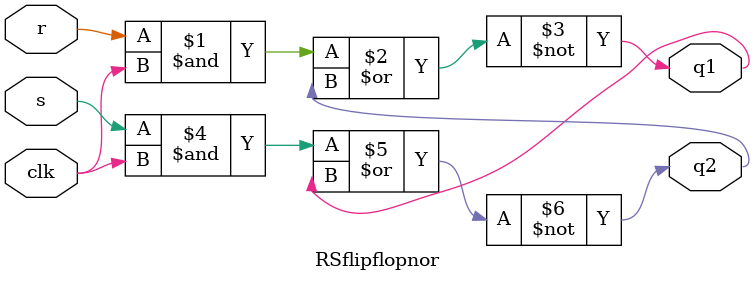
<source format=v>
`timescale 1ns / 1ps

module RSflipflopnor(
    input s, r, clk,
    output q1, q2
    );
    
    assign q1=~((r & (clk)) | q2);
    assign q2 = ~((s &(clk)) | q1);
    
    
endmodule

</source>
